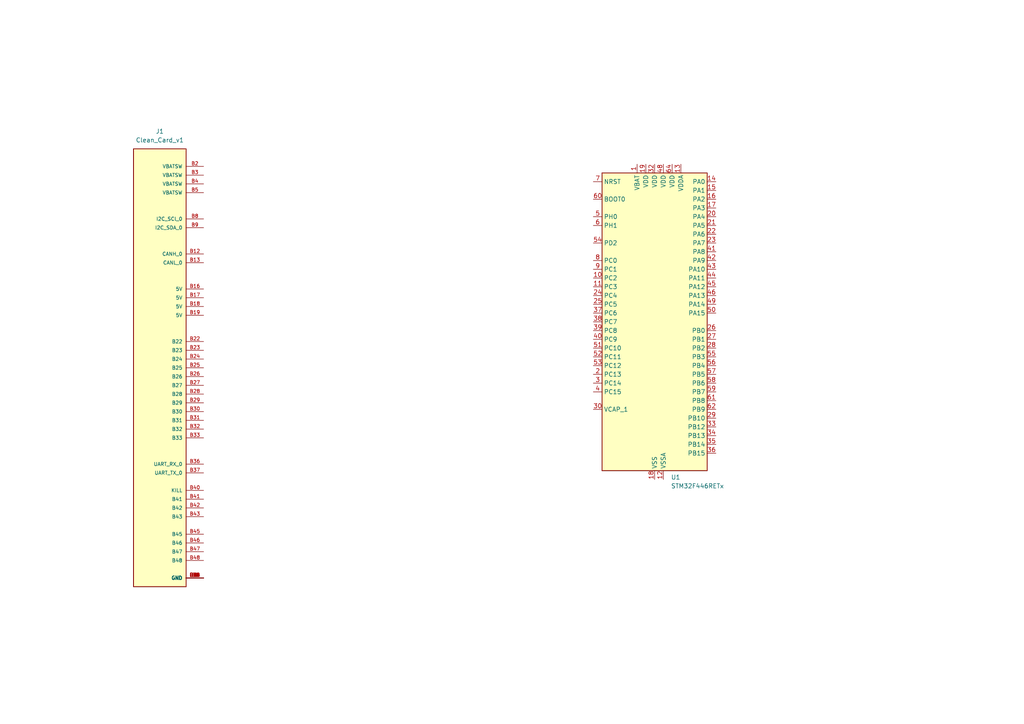
<source format=kicad_sch>
(kicad_sch (version 20230121) (generator eeschema)
  (paper "A4")
  (lib_symbols
    (symbol "10061913-102CLF:Clean_Card_v1" (pin_names (offset 1.016))
      (property "Reference" "J" (at -7.62 64.262 0))
      (property "Value" "Clean_Card_v1" (at -7.62 -66.04 0))
      (symbol "Clean_Card_v1_0_0"
        (rectangle (start -7.62 63.5) (end 7.62 -63.5) (stroke (width 0.254)) (fill (type background)))
        (pin passive line (at 12.7 7.62 180) (length 5.08) (name "B22") (number "B22"))
        (pin passive line (at 12.7 5.08 180) (length 5.08) (name "B23") (number "B23"))
        (pin passive line (at 12.7 2.54 180) (length 5.08) (name "B24") (number "B24"))
        (pin passive line (at 12.7 0 180) (length 5.08) (name "B25") (number "B25"))
        (pin passive line (at 12.7 -2.54 180) (length 5.08) (name "B26") (number "B26"))
        (pin passive line (at 12.7 -5.08 180) (length 5.08) (name "B27") (number "B27"))
        (pin passive line (at 12.7 -7.62 180) (length 5.08) (name "B28") (number "B28"))
        (pin passive line (at 12.7 -10.16 180) (length 5.08) (name "B29") (number "B29"))
        (pin passive line (at 12.7 -12.7 180) (length 5.08) (name "B30") (number "B30"))
        (pin passive line (at 12.7 -15.24 180) (length 5.08) (name "B31") (number "B31"))
        (pin passive line (at 12.7 -17.78 180) (length 5.08) (name "B32") (number "B32"))
        (pin passive line (at 12.7 -20.32 180) (length 5.08) (name "B33") (number "B33"))
        (pin passive line (at 12.7 -38.1 180) (length 5.08) (name "B41") (number "B41"))
        (pin passive line (at 12.7 -40.64 180) (length 5.08) (name "B42") (number "B42"))
        (pin passive line (at 12.7 -43.18 180) (length 5.08) (name "B43") (number "B43"))
        (pin passive line (at 12.7 -48.26 180) (length 5.08) (name "B45") (number "B45"))
        (pin passive line (at 12.7 -50.8 180) (length 5.08) (name "B46") (number "B46"))
        (pin passive line (at 12.7 -53.34 180) (length 5.08) (name "B47") (number "B47"))
        (pin passive line (at 12.7 -55.88 180) (length 5.08) (name "B48") (number "B48"))
      )
      (symbol "Clean_Card_v1_1_0"
        (pin passive line (at 12.7 -60.96 180) (length 5.08) (name "GND") (number "B1"))
        (pin passive line (at 12.7 -60.96 180) (length 5.08) (name "GND") (number "B10"))
        (pin passive line (at 12.7 -60.96 180) (length 5.08) (name "GND") (number "B11"))
        (pin passive line (at 12.7 33.02 180) (length 5.08) (name "CANH_0") (number "B12"))
        (pin passive line (at 12.7 30.48 180) (length 5.08) (name "CANL_0") (number "B13"))
        (pin passive line (at 12.7 -60.96 180) (length 5.08) (name "GND") (number "B14"))
        (pin passive line (at 12.7 -60.96 180) (length 5.08) (name "GND") (number "B15"))
        (pin passive line (at 12.7 22.86 180) (length 5.08) (name "5V") (number "B16"))
        (pin passive line (at 12.7 20.32 180) (length 5.08) (name "5V") (number "B17"))
        (pin passive line (at 12.7 17.78 180) (length 5.08) (name "5V") (number "B18"))
        (pin passive line (at 12.7 15.24 180) (length 5.08) (name "5V") (number "B19"))
        (pin passive line (at 12.7 58.42 180) (length 5.08) (name "VBATSW") (number "B2"))
        (pin passive line (at 12.7 -60.96 180) (length 5.08) (name "GND") (number "B20"))
        (pin passive line (at 12.7 -60.96 180) (length 5.08) (name "GND") (number "B21"))
        (pin passive line (at 12.7 55.88 180) (length 5.08) (name "VBATSW") (number "B3"))
        (pin passive line (at 12.7 -60.96 180) (length 5.08) (name "GND") (number "B34"))
        (pin passive line (at 12.7 -60.96 180) (length 5.08) (name "GND") (number "B35"))
        (pin passive line (at 12.7 -27.94 180) (length 5.08) (name "UART_RX_0") (number "B36"))
        (pin passive line (at 12.7 -30.48 180) (length 5.08) (name "UART_TX_0") (number "B37"))
        (pin passive line (at 12.7 -60.96 180) (length 5.08) (name "GND") (number "B38"))
        (pin passive line (at 12.7 -60.96 180) (length 5.08) (name "GND") (number "B39"))
        (pin passive line (at 12.7 53.34 180) (length 5.08) (name "VBATSW") (number "B4"))
        (pin passive line (at 12.7 -35.56 180) (length 5.08) (name "KILL") (number "B40"))
        (pin passive line (at 12.7 -60.96 180) (length 5.08) (name "GND") (number "B44"))
        (pin passive line (at 12.7 -60.96 180) (length 5.08) (name "GND") (number "B49"))
        (pin passive line (at 12.7 50.8 180) (length 5.08) (name "VBATSW") (number "B5"))
        (pin passive line (at 12.7 -60.96 180) (length 5.08) (name "GND") (number "B6"))
        (pin passive line (at 12.7 -60.96 180) (length 5.08) (name "GND") (number "B7"))
        (pin passive line (at 12.7 43.18 180) (length 5.08) (name "I2C_SCl_0") (number "B8"))
        (pin passive line (at 12.7 40.64 180) (length 5.08) (name "I2C_SDA_0") (number "B9"))
      )
    )
    (symbol "MCU_ST_STM32F4:STM32F446RETx"
      (property "Reference" "U" (at -15.24 44.45 0))
      (property "Value" "STM32F446RETx" (at 10.16 44.45 0))
      (symbol "STM32F446RETx_0_1"
        (rectangle (start -15.24 -43.18) (end 15.24 43.18) (stroke (width 0.254)) (fill (type background)))
      )
      (symbol "STM32F446RETx_1_1"
        (pin power_in line (at -5.08 45.72 270) (length 2.54) (name "VBAT") (number "1"))
        (pin bidirectional line (at -17.78 12.7 0) (length 2.54) (name "PC2") (number "10"))
        (pin bidirectional line (at -17.78 10.16 0) (length 2.54) (name "PC3") (number "11"))
        (pin power_in line (at 2.54 -45.72 90) (length 2.54) (name "VSSA") (number "12"))
        (pin power_in line (at 7.62 45.72 270) (length 2.54) (name "VDDA") (number "13"))
        (pin bidirectional line (at 17.78 40.64 180) (length 2.54) (name "PA0") (number "14"))
        (pin bidirectional line (at 17.78 38.1 180) (length 2.54) (name "PA1") (number "15"))
        (pin bidirectional line (at 17.78 35.56 180) (length 2.54) (name "PA2") (number "16"))
        (pin bidirectional line (at 17.78 33.02 180) (length 2.54) (name "PA3") (number "17"))
        (pin power_in line (at 0 -45.72 90) (length 2.54) (name "VSS") (number "18"))
        (pin power_in line (at -2.54 45.72 270) (length 2.54) (name "VDD") (number "19"))
        (pin bidirectional line (at -17.78 -15.24 0) (length 2.54) (name "PC13") (number "2"))
        (pin bidirectional line (at 17.78 30.48 180) (length 2.54) (name "PA4") (number "20"))
        (pin bidirectional line (at 17.78 27.94 180) (length 2.54) (name "PA5") (number "21"))
        (pin bidirectional line (at 17.78 25.4 180) (length 2.54) (name "PA6") (number "22"))
        (pin bidirectional line (at 17.78 22.86 180) (length 2.54) (name "PA7") (number "23"))
        (pin bidirectional line (at -17.78 7.62 0) (length 2.54) (name "PC4") (number "24"))
        (pin bidirectional line (at -17.78 5.08 0) (length 2.54) (name "PC5") (number "25"))
        (pin bidirectional line (at 17.78 -2.54 180) (length 2.54) (name "PB0") (number "26"))
        (pin bidirectional line (at 17.78 -5.08 180) (length 2.54) (name "PB1") (number "27"))
        (pin bidirectional line (at 17.78 -7.62 180) (length 2.54) (name "PB2") (number "28"))
        (pin bidirectional line (at 17.78 -27.94 180) (length 2.54) (name "PB10") (number "29"))
        (pin bidirectional line (at -17.78 -17.78 0) (length 2.54) (name "PC14") (number "3"))
        (pin power_out line (at -17.78 -25.4 0) (length 2.54) (name "VCAP_1") (number "30"))
        (pin passive line (at 0 -45.72 90) (length 2.54) hide (name "VSS") (number "31"))
        (pin power_in line (at 0 45.72 270) (length 2.54) (name "VDD") (number "32"))
        (pin bidirectional line (at 17.78 -30.48 180) (length 2.54) (name "PB12") (number "33"))
        (pin bidirectional line (at 17.78 -33.02 180) (length 2.54) (name "PB13") (number "34"))
        (pin bidirectional line (at 17.78 -35.56 180) (length 2.54) (name "PB14") (number "35"))
        (pin bidirectional line (at 17.78 -38.1 180) (length 2.54) (name "PB15") (number "36"))
        (pin bidirectional line (at -17.78 2.54 0) (length 2.54) (name "PC6") (number "37"))
        (pin bidirectional line (at -17.78 0 0) (length 2.54) (name "PC7") (number "38"))
        (pin bidirectional line (at -17.78 -2.54 0) (length 2.54) (name "PC8") (number "39"))
        (pin bidirectional line (at -17.78 -20.32 0) (length 2.54) (name "PC15") (number "4"))
        (pin bidirectional line (at -17.78 -5.08 0) (length 2.54) (name "PC9") (number "40"))
        (pin bidirectional line (at 17.78 20.32 180) (length 2.54) (name "PA8") (number "41"))
        (pin bidirectional line (at 17.78 17.78 180) (length 2.54) (name "PA9") (number "42"))
        (pin bidirectional line (at 17.78 15.24 180) (length 2.54) (name "PA10") (number "43"))
        (pin bidirectional line (at 17.78 12.7 180) (length 2.54) (name "PA11") (number "44"))
        (pin bidirectional line (at 17.78 10.16 180) (length 2.54) (name "PA12") (number "45"))
        (pin bidirectional line (at 17.78 7.62 180) (length 2.54) (name "PA13") (number "46"))
        (pin passive line (at 0 -45.72 90) (length 2.54) hide (name "VSS") (number "47"))
        (pin power_in line (at 2.54 45.72 270) (length 2.54) (name "VDD") (number "48"))
        (pin bidirectional line (at 17.78 5.08 180) (length 2.54) (name "PA14") (number "49"))
        (pin bidirectional line (at -17.78 30.48 0) (length 2.54) (name "PH0") (number "5"))
        (pin bidirectional line (at 17.78 2.54 180) (length 2.54) (name "PA15") (number "50"))
        (pin bidirectional line (at -17.78 -7.62 0) (length 2.54) (name "PC10") (number "51"))
        (pin bidirectional line (at -17.78 -10.16 0) (length 2.54) (name "PC11") (number "52"))
        (pin bidirectional line (at -17.78 -12.7 0) (length 2.54) (name "PC12") (number "53"))
        (pin bidirectional line (at -17.78 22.86 0) (length 2.54) (name "PD2") (number "54"))
        (pin bidirectional line (at 17.78 -10.16 180) (length 2.54) (name "PB3") (number "55"))
        (pin bidirectional line (at 17.78 -12.7 180) (length 2.54) (name "PB4") (number "56"))
        (pin bidirectional line (at 17.78 -15.24 180) (length 2.54) (name "PB5") (number "57"))
        (pin bidirectional line (at 17.78 -17.78 180) (length 2.54) (name "PB6") (number "58"))
        (pin bidirectional line (at 17.78 -20.32 180) (length 2.54) (name "PB7") (number "59"))
        (pin bidirectional line (at -17.78 27.94 0) (length 2.54) (name "PH1") (number "6"))
        (pin input line (at -17.78 35.56 0) (length 2.54) (name "BOOT0") (number "60"))
        (pin bidirectional line (at 17.78 -22.86 180) (length 2.54) (name "PB8") (number "61"))
        (pin bidirectional line (at 17.78 -25.4 180) (length 2.54) (name "PB9") (number "62"))
        (pin passive line (at 0 -45.72 90) (length 2.54) hide (name "VSS") (number "63"))
        (pin power_in line (at 5.08 45.72 270) (length 2.54) (name "VDD") (number "64"))
        (pin input line (at -17.78 40.64 0) (length 2.54) (name "NRST") (number "7"))
        (pin bidirectional line (at -17.78 17.78 0) (length 2.54) (name "PC0") (number "8"))
        (pin bidirectional line (at -17.78 15.24 0) (length 2.54) (name "PC1") (number "9"))
      )
    )
  )
  (symbol (lib_id "10061913-102CLF:Clean_Card_v1") (at 46.355 106.68 0) (unit 1)
    (property "Reference" "J1" (at 46.355 38.1 0))
    (property "Value" "Clean_Card_v1" (at 46.355 40.64 0))
    (property "Footprint" "goldmansachs:official_mechatronics_card" (effects hide))
    (property "Datasheet" "invest in seeds" (effects hide))
    (property "PARTREV" "S" (effects hide))
    (property "STANDARD" "Manufacturer Recommendations" (effects hide))
    (property "MAXIMUM_PACKAGE_HEIGHT" "11.10mm" (effects hide))
    (property "MANUFACTURER" "Amphenol" (effects hide))
  )
  (symbol (lib_id "MCU_ST_STM32F4:STM32F446RETx") (at 189.865 93.345 0) (unit 1)
    (property "Reference" "U1" (at 194.5991 138.43 0) (effects (justify left)))
    (property "Value" "STM32F446RETx" (at 194.5991 140.97 0) (effects (justify left)))
    (property "Footprint" "Package_QFP:LQFP-64_10x10mm_P0.5mm" (effects hide))
    (property "Datasheet" "https://www.st.com/resource/en/datasheet/stm32f446re.pdf" (effects hide))
  )
)
</source>
